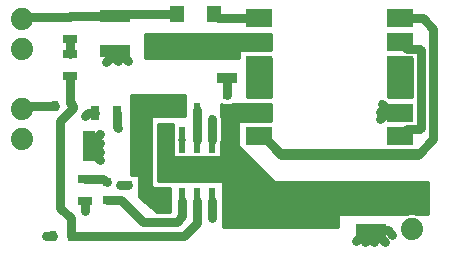
<source format=gtl>
%TF.GenerationSoftware,KiCad,Pcbnew,5.0.2-bee76a0~70~ubuntu18.04.1*%
%TF.CreationDate,2019-04-02T12:12:55+02:00*%
%TF.ProjectId,HVPS_SMD,48565053-5f53-44d4-942e-6b696361645f,rev?*%
%TF.SameCoordinates,Original*%
%TF.FileFunction,Copper,L1,Top*%
%TF.FilePolarity,Positive*%
%FSLAX46Y46*%
G04 Gerber Fmt 4.6, Leading zero omitted, Abs format (unit mm)*
G04 Created by KiCad (PCBNEW 5.0.2-bee76a0~70~ubuntu18.04.1) date Di 02 Apr 2019 12:12:55 CEST*
%MOMM*%
%LPD*%
G01*
G04 APERTURE LIST*
%ADD10R,2.500000X1.000000*%
%ADD11R,0.800000X0.750000*%
%ADD12R,0.750000X0.800000*%
%ADD13R,1.193800X1.397000*%
%ADD14C,1.879600*%
%ADD15R,0.599440X1.198880*%
%ADD16R,1.300000X0.700000*%
%ADD17R,0.500000X0.900000*%
%ADD18R,0.700000X1.300000*%
%ADD19R,1.700000X0.900000*%
%ADD20R,1.000000X2.500000*%
%ADD21R,2.247900X1.498600*%
%ADD22R,0.599440X2.199640*%
%ADD23C,0.685800*%
%ADD24C,0.800000*%
%ADD25C,0.254000*%
G04 APERTURE END LIST*
D10*
X209931000Y-78407000D03*
X209931000Y-81407000D03*
D11*
X189369000Y-77597000D03*
X190869000Y-77597000D03*
D10*
X188214000Y-63270000D03*
X188214000Y-66270000D03*
D12*
X187579000Y-77355000D03*
X187579000Y-78855000D03*
X197739000Y-69989000D03*
X197739000Y-71489000D03*
D13*
X196621400Y-63119000D03*
X193522600Y-63119000D03*
D14*
X213360000Y-81280000D03*
X213360000Y-78740000D03*
X180340000Y-66040000D03*
X180340000Y-63500000D03*
X180340000Y-71120000D03*
X180340000Y-73660000D03*
D15*
X191389000Y-71247000D03*
X192659000Y-71247000D03*
X193929000Y-71247000D03*
X195199000Y-71247000D03*
X195199000Y-65648840D03*
X193929000Y-65648840D03*
X192659000Y-65648840D03*
X191389000Y-65648840D03*
D16*
X184404000Y-63312000D03*
X184404000Y-65212000D03*
X184404000Y-66487000D03*
X184404000Y-68387000D03*
D17*
X184519000Y-81915000D03*
X183019000Y-81915000D03*
X183146000Y-70866000D03*
X184646000Y-70866000D03*
D16*
X185674000Y-77028000D03*
X185674000Y-78928000D03*
D18*
X186502000Y-71501000D03*
X188402000Y-71501000D03*
D19*
X197739000Y-68506000D03*
X197739000Y-65606000D03*
D20*
X190918000Y-74295000D03*
X186018000Y-74295000D03*
D21*
X200400920Y-63454280D03*
X200400920Y-65453260D03*
X200400920Y-67454780D03*
X200400920Y-69451220D03*
X200400920Y-71452740D03*
X200400920Y-73451720D03*
X212349080Y-73451720D03*
X212349080Y-71452740D03*
X212349080Y-69451220D03*
X212349080Y-67454780D03*
X212349080Y-65453260D03*
X212349080Y-63454280D03*
D22*
X192659000Y-78925420D03*
X193929000Y-78925420D03*
X195199000Y-78925420D03*
X196469000Y-78925420D03*
X196469000Y-73728580D03*
X195199000Y-73728580D03*
X193929000Y-73728580D03*
X192659000Y-73728580D03*
D23*
X187452000Y-67183000D03*
X188468000Y-67056000D03*
X189357000Y-67056000D03*
X188633009Y-77597000D03*
X185674000Y-79756000D03*
X182372000Y-81915000D03*
X196469000Y-80391000D03*
X196469000Y-72009000D03*
X186944000Y-75438000D03*
X186944000Y-74803000D03*
X186944000Y-74041000D03*
X186944000Y-73279000D03*
X210693000Y-72009000D03*
X210693000Y-71374000D03*
X210820000Y-70739000D03*
X211709000Y-81788000D03*
X211074000Y-82423000D03*
X210185000Y-82423000D03*
X209423000Y-82423000D03*
X208661000Y-82296000D03*
X185674000Y-71755000D03*
X193929000Y-73728580D03*
X188468000Y-72771000D03*
D24*
X209931000Y-78407000D02*
X207881000Y-78407000D01*
X207881000Y-78407000D02*
X207754000Y-78280000D01*
X207754000Y-78280000D02*
X202178748Y-78280000D01*
X213360000Y-78740000D02*
X210264000Y-78740000D01*
X210264000Y-78740000D02*
X209931000Y-78407000D01*
X197739000Y-73840252D02*
X197739000Y-75035322D01*
X197739000Y-75035322D02*
X197291921Y-75482401D01*
X197291921Y-75482401D02*
X193106079Y-75482401D01*
X193106079Y-75482401D02*
X192659000Y-75035322D01*
X192659000Y-75035322D02*
X192659000Y-73728580D01*
X197739000Y-71489000D02*
X200364660Y-71489000D01*
X200364660Y-71489000D02*
X200400920Y-71452740D01*
X202178748Y-78280000D02*
X197739000Y-73840252D01*
X197739000Y-73840252D02*
X197739000Y-72689000D01*
X197739000Y-72689000D02*
X197739000Y-71489000D01*
X188214000Y-66270000D02*
X188214000Y-66421000D01*
X188214000Y-66421000D02*
X187452000Y-67183000D01*
X188214000Y-66270000D02*
X188214000Y-66802000D01*
X188214000Y-66802000D02*
X188468000Y-67056000D01*
X188214000Y-66270000D02*
X188571000Y-66270000D01*
X188571000Y-66270000D02*
X189357000Y-67056000D01*
X189369000Y-77597000D02*
X188633009Y-77597000D01*
X185674000Y-78928000D02*
X185674000Y-79756000D01*
X183019000Y-81915000D02*
X182372000Y-81915000D01*
X196469000Y-78925420D02*
X196469000Y-80391000D01*
X196469000Y-73728580D02*
X196469000Y-72009000D01*
X186018000Y-74295000D02*
X186018000Y-74512000D01*
X186018000Y-74512000D02*
X186944000Y-75438000D01*
X186018000Y-74295000D02*
X186436000Y-74295000D01*
X186436000Y-74295000D02*
X186944000Y-74803000D01*
X186018000Y-74295000D02*
X186690000Y-74295000D01*
X186690000Y-74295000D02*
X186944000Y-74041000D01*
X186018000Y-74295000D02*
X186018000Y-74205000D01*
X186018000Y-74205000D02*
X186944000Y-73279000D01*
X212349080Y-71452740D02*
X211249260Y-71452740D01*
X211249260Y-71452740D02*
X210693000Y-72009000D01*
X212349080Y-71452740D02*
X210771740Y-71452740D01*
X210771740Y-71452740D02*
X210693000Y-71374000D01*
X212349080Y-71452740D02*
X211533740Y-71452740D01*
X211533740Y-71452740D02*
X210820000Y-70739000D01*
X209931000Y-81407000D02*
X211328000Y-81407000D01*
X211328000Y-81407000D02*
X211709000Y-81788000D01*
X209931000Y-81407000D02*
X210058000Y-81407000D01*
X210058000Y-81407000D02*
X211074000Y-82423000D01*
X209931000Y-81407000D02*
X209931000Y-82169000D01*
X209931000Y-82169000D02*
X210185000Y-82423000D01*
X209931000Y-81407000D02*
X209931000Y-81915000D01*
X209931000Y-81915000D02*
X209423000Y-82423000D01*
X209931000Y-81407000D02*
X209550000Y-81407000D01*
X209550000Y-81407000D02*
X208661000Y-82296000D01*
X192659000Y-71247000D02*
X193929000Y-71247000D01*
X191389000Y-71247000D02*
X192659000Y-71247000D01*
X190918000Y-74295000D02*
X190918000Y-71718000D01*
X190918000Y-71718000D02*
X191389000Y-71247000D01*
X190869000Y-77597000D02*
X190869000Y-74344000D01*
X190869000Y-74344000D02*
X190918000Y-74295000D01*
X192659000Y-78925420D02*
X192197420Y-78925420D01*
X192197420Y-78925420D02*
X190869000Y-77597000D01*
X184404000Y-63312000D02*
X180528000Y-63312000D01*
X180528000Y-63312000D02*
X180340000Y-63500000D01*
X188214000Y-63270000D02*
X184446000Y-63270000D01*
X184446000Y-63270000D02*
X184404000Y-63312000D01*
X193522600Y-63119000D02*
X188365000Y-63119000D01*
X188365000Y-63119000D02*
X188214000Y-63270000D01*
X186502000Y-71501000D02*
X185928000Y-71501000D01*
X185928000Y-71501000D02*
X185674000Y-71755000D01*
X183146000Y-70866000D02*
X180594000Y-70866000D01*
X180594000Y-70866000D02*
X180340000Y-71120000D01*
X184404000Y-65212000D02*
X184404000Y-66487000D01*
X184519000Y-81153000D02*
X184519000Y-81661000D01*
X184519000Y-80411000D02*
X184519000Y-81153000D01*
X184519000Y-81153000D02*
X184519000Y-81915000D01*
X184519000Y-81915000D02*
X194109240Y-81915000D01*
X194109240Y-81915000D02*
X195199000Y-80825240D01*
X195199000Y-80825240D02*
X195199000Y-78925420D01*
X184646000Y-70866000D02*
X184646000Y-71066000D01*
X184646000Y-71066000D02*
X183596000Y-72116000D01*
X183596000Y-72116000D02*
X183596000Y-79488000D01*
X183596000Y-79488000D02*
X184519000Y-80411000D01*
X184404000Y-68387000D02*
X184404000Y-70624000D01*
X184404000Y-70624000D02*
X184646000Y-70866000D01*
X200775570Y-73451720D02*
X202178871Y-74855021D01*
X202178871Y-74855021D02*
X213996231Y-74855021D01*
X200400920Y-73451720D02*
X200775570Y-73451720D01*
X200775570Y-73451720D02*
X202324870Y-75001020D01*
X202324870Y-75001020D02*
X213850232Y-75001020D01*
X213850232Y-75001020D02*
X215181042Y-73670210D01*
X215181042Y-73670210D02*
X215181042Y-64362292D01*
X215181042Y-64362292D02*
X214273030Y-63454280D01*
X214273030Y-63454280D02*
X212349080Y-63454280D01*
X212944759Y-72856041D02*
X212349080Y-73451720D01*
X213996231Y-72856041D02*
X212944759Y-72856041D01*
X214127031Y-72725241D02*
X213996231Y-72856041D01*
X214127031Y-66182279D02*
X214127031Y-72725241D01*
X212947299Y-66051479D02*
X213996231Y-66051479D01*
X212349080Y-65453260D02*
X212947299Y-66051479D01*
X213996231Y-66051479D02*
X214127031Y-66182279D01*
X200400920Y-63454280D02*
X196956680Y-63454280D01*
X196956680Y-63454280D02*
X196621400Y-63119000D01*
X185674000Y-77028000D02*
X187252000Y-77028000D01*
X187252000Y-77028000D02*
X187579000Y-77355000D01*
X187579000Y-78855000D02*
X188754000Y-78855000D01*
X188754000Y-78855000D02*
X190578241Y-80679241D01*
X190578241Y-80679241D02*
X193481921Y-80679241D01*
X193481921Y-80679241D02*
X193929000Y-80232162D01*
X193929000Y-80232162D02*
X193929000Y-78925420D01*
X197739000Y-68506000D02*
X197739000Y-69989000D01*
X188402000Y-71501000D02*
X188402000Y-72705000D01*
X188402000Y-72705000D02*
X188468000Y-72771000D01*
X192659000Y-65648840D02*
X191389000Y-65648840D01*
X193929000Y-65648840D02*
X192659000Y-65648840D01*
X195199000Y-65648840D02*
X193929000Y-65648840D01*
X197739000Y-65606000D02*
X195241840Y-65606000D01*
X195241840Y-65606000D02*
X195199000Y-65648840D01*
X200400920Y-65453260D02*
X197891740Y-65453260D01*
X197891740Y-65453260D02*
X197739000Y-65606000D01*
X195199000Y-71247000D02*
X195199000Y-73728580D01*
D25*
G36*
X212870381Y-66832479D02*
X212870385Y-66832479D01*
X212947298Y-66847778D01*
X213024211Y-66832479D01*
X213346031Y-66832479D01*
X213346032Y-70104000D01*
X211328000Y-70104000D01*
X211328000Y-66802000D01*
X212717153Y-66802000D01*
X212870381Y-66832479D01*
X212870381Y-66832479D01*
G37*
X212870381Y-66832479D02*
X212870385Y-66832479D01*
X212947298Y-66847778D01*
X213024211Y-66832479D01*
X213346031Y-66832479D01*
X213346032Y-70104000D01*
X211328000Y-70104000D01*
X211328000Y-66802000D01*
X212717153Y-66802000D01*
X212870381Y-66832479D01*
G36*
X201422000Y-70104000D02*
X199390000Y-70104000D01*
X199390000Y-66802000D01*
X201422000Y-66802000D01*
X201422000Y-70104000D01*
X201422000Y-70104000D01*
G37*
X201422000Y-70104000D02*
X199390000Y-70104000D01*
X199390000Y-66802000D01*
X201422000Y-66802000D01*
X201422000Y-70104000D01*
G36*
X201422000Y-72136000D02*
X198755000Y-72136000D01*
X198706399Y-72145667D01*
X198665197Y-72173197D01*
X198637667Y-72214399D01*
X198628000Y-72263000D01*
X198628000Y-74168000D01*
X198637667Y-74216601D01*
X198665197Y-74257803D01*
X201713197Y-77305803D01*
X201754399Y-77333333D01*
X201803000Y-77343000D01*
X214757000Y-77343000D01*
X214757000Y-80010000D01*
X213745365Y-80010000D01*
X213622723Y-79959200D01*
X213097277Y-79959200D01*
X212974635Y-80010000D01*
X207264000Y-80010000D01*
X207215399Y-80019667D01*
X207174197Y-80047197D01*
X207146667Y-80088399D01*
X207137000Y-80137000D01*
X207137000Y-81153000D01*
X197358000Y-81153000D01*
X197358000Y-77343000D01*
X197348333Y-77294399D01*
X197320803Y-77253197D01*
X197279601Y-77225667D01*
X197231000Y-77216000D01*
X191897000Y-77216000D01*
X191897000Y-72390000D01*
X193167000Y-72390000D01*
X193167000Y-75057000D01*
X193176667Y-75105601D01*
X193204197Y-75146803D01*
X193245399Y-75174333D01*
X193294000Y-75184000D01*
X193475691Y-75184000D01*
X193480621Y-75187294D01*
X193629280Y-75216864D01*
X194228720Y-75216864D01*
X194377379Y-75187294D01*
X194382309Y-75184000D01*
X194745691Y-75184000D01*
X194750621Y-75187294D01*
X194899280Y-75216864D01*
X195498720Y-75216864D01*
X195647379Y-75187294D01*
X195652309Y-75184000D01*
X196015691Y-75184000D01*
X196020621Y-75187294D01*
X196169280Y-75216864D01*
X196768720Y-75216864D01*
X196917379Y-75187294D01*
X196922309Y-75184000D01*
X197104000Y-75184000D01*
X197152601Y-75174333D01*
X197193803Y-75146803D01*
X197221333Y-75105601D01*
X197231000Y-75057000D01*
X197231000Y-73901017D01*
X197250000Y-73805498D01*
X197250000Y-71932082D01*
X197231000Y-71836563D01*
X197231000Y-70751009D01*
X197364000Y-70777464D01*
X197699606Y-70777464D01*
X197739000Y-70785300D01*
X197778394Y-70777464D01*
X198114000Y-70777464D01*
X198262659Y-70747894D01*
X198275970Y-70739000D01*
X201422000Y-70739000D01*
X201422000Y-72136000D01*
X201422000Y-72136000D01*
G37*
X201422000Y-72136000D02*
X198755000Y-72136000D01*
X198706399Y-72145667D01*
X198665197Y-72173197D01*
X198637667Y-72214399D01*
X198628000Y-72263000D01*
X198628000Y-74168000D01*
X198637667Y-74216601D01*
X198665197Y-74257803D01*
X201713197Y-77305803D01*
X201754399Y-77333333D01*
X201803000Y-77343000D01*
X214757000Y-77343000D01*
X214757000Y-80010000D01*
X213745365Y-80010000D01*
X213622723Y-79959200D01*
X213097277Y-79959200D01*
X212974635Y-80010000D01*
X207264000Y-80010000D01*
X207215399Y-80019667D01*
X207174197Y-80047197D01*
X207146667Y-80088399D01*
X207137000Y-80137000D01*
X207137000Y-81153000D01*
X197358000Y-81153000D01*
X197358000Y-77343000D01*
X197348333Y-77294399D01*
X197320803Y-77253197D01*
X197279601Y-77225667D01*
X197231000Y-77216000D01*
X191897000Y-77216000D01*
X191897000Y-72390000D01*
X193167000Y-72390000D01*
X193167000Y-75057000D01*
X193176667Y-75105601D01*
X193204197Y-75146803D01*
X193245399Y-75174333D01*
X193294000Y-75184000D01*
X193475691Y-75184000D01*
X193480621Y-75187294D01*
X193629280Y-75216864D01*
X194228720Y-75216864D01*
X194377379Y-75187294D01*
X194382309Y-75184000D01*
X194745691Y-75184000D01*
X194750621Y-75187294D01*
X194899280Y-75216864D01*
X195498720Y-75216864D01*
X195647379Y-75187294D01*
X195652309Y-75184000D01*
X196015691Y-75184000D01*
X196020621Y-75187294D01*
X196169280Y-75216864D01*
X196768720Y-75216864D01*
X196917379Y-75187294D01*
X196922309Y-75184000D01*
X197104000Y-75184000D01*
X197152601Y-75174333D01*
X197193803Y-75146803D01*
X197221333Y-75105601D01*
X197231000Y-75057000D01*
X197231000Y-73901017D01*
X197250000Y-73805498D01*
X197250000Y-71932082D01*
X197231000Y-71836563D01*
X197231000Y-70751009D01*
X197364000Y-70777464D01*
X197699606Y-70777464D01*
X197739000Y-70785300D01*
X197778394Y-70777464D01*
X198114000Y-70777464D01*
X198262659Y-70747894D01*
X198275970Y-70739000D01*
X201422000Y-70739000D01*
X201422000Y-72136000D01*
G36*
X201422000Y-66167000D02*
X198882000Y-66167000D01*
X198833399Y-66176667D01*
X198792197Y-66204197D01*
X198764667Y-66245399D01*
X198755000Y-66294000D01*
X198755000Y-66802000D01*
X190754000Y-66802000D01*
X190754000Y-64770000D01*
X201422000Y-64770000D01*
X201422000Y-66167000D01*
X201422000Y-66167000D01*
G37*
X201422000Y-66167000D02*
X198882000Y-66167000D01*
X198833399Y-66176667D01*
X198792197Y-66204197D01*
X198764667Y-66245399D01*
X198755000Y-66294000D01*
X198755000Y-66802000D01*
X190754000Y-66802000D01*
X190754000Y-64770000D01*
X201422000Y-64770000D01*
X201422000Y-66167000D01*
G36*
X194183000Y-71755000D02*
X191389000Y-71755000D01*
X191340399Y-71764667D01*
X191299197Y-71792197D01*
X191271667Y-71833399D01*
X191262000Y-71882000D01*
X191262000Y-77724000D01*
X191271667Y-77772601D01*
X191299197Y-77813803D01*
X191340399Y-77841333D01*
X191389000Y-77851000D01*
X192913000Y-77851000D01*
X192913000Y-79883000D01*
X191816521Y-79883000D01*
X190246000Y-78554097D01*
X190246000Y-76835000D01*
X190236333Y-76786399D01*
X190208803Y-76745197D01*
X190167601Y-76717667D01*
X190119000Y-76708000D01*
X189611000Y-76708000D01*
X189611000Y-69977000D01*
X194183000Y-69977000D01*
X194183000Y-71755000D01*
X194183000Y-71755000D01*
G37*
X194183000Y-71755000D02*
X191389000Y-71755000D01*
X191340399Y-71764667D01*
X191299197Y-71792197D01*
X191271667Y-71833399D01*
X191262000Y-71882000D01*
X191262000Y-77724000D01*
X191271667Y-77772601D01*
X191299197Y-77813803D01*
X191340399Y-77841333D01*
X191389000Y-77851000D01*
X192913000Y-77851000D01*
X192913000Y-79883000D01*
X191816521Y-79883000D01*
X190246000Y-78554097D01*
X190246000Y-76835000D01*
X190236333Y-76786399D01*
X190208803Y-76745197D01*
X190167601Y-76717667D01*
X190119000Y-76708000D01*
X189611000Y-76708000D01*
X189611000Y-69977000D01*
X194183000Y-69977000D01*
X194183000Y-71755000D01*
M02*

</source>
